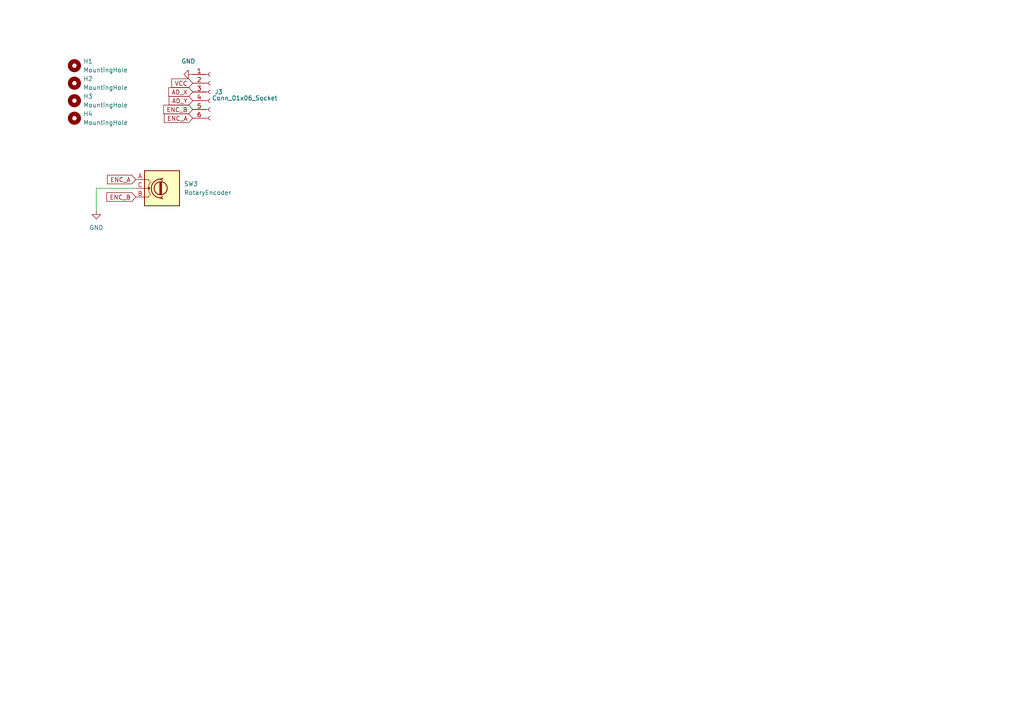
<source format=kicad_sch>
(kicad_sch (version 20250114) (generator "eeschema") (generator_version "9.0")
  (paper "A4")
  (lib_symbols
    (symbol "Connector:Conn_01x06_Socket" (pin_names (offset 1.016) (hide yes))
      (property "Reference" "J" (at 0 7.62 0))
      (property "Value" "Conn_01x06_Socket" (at 0 -10.16 0))
      (symbol "Conn_01x06_Socket_1_1"
        (polyline (pts (xy -1.27 5.08) (xy -0.508 5.08)) (stroke (width 0.1524)))
        (polyline (pts (xy -1.27 2.54) (xy -0.508 2.54)) (stroke (width 0.1524)))
        (polyline (pts (xy -1.27 0) (xy -0.508 0)) (stroke (width 0.1524)))
        (polyline (pts (xy -1.27 -2.54) (xy -0.508 -2.54)) (stroke (width 0.1524)))
        (polyline (pts (xy -1.27 -5.08) (xy -0.508 -5.08)) (stroke (width 0.1524)))
        (polyline (pts (xy -1.27 -7.62) (xy -0.508 -7.62)) (stroke (width 0.1524)))
        (arc (start 0 4.572) (mid -0.5058 5.08) (end 0 5.588) (stroke (width 0.1524)))
        (arc (start 0 2.032) (mid -0.5058 2.54) (end 0 3.048) (stroke (width 0.1524)))
        (arc (start 0 -0.508) (mid -0.5058 0) (end 0 0.508) (stroke (width 0.1524)))
        (arc (start 0 -3.048) (mid -0.5058 -2.54) (end 0 -2.032) (stroke (width 0.1524)))
        (arc (start 0 -5.588) (mid -0.5058 -5.08) (end 0 -4.572) (stroke (width 0.1524)))
        (arc (start 0 -8.128) (mid -0.5058 -7.62) (end 0 -7.112) (stroke (width 0.1524)))
        (pin passive line (at -5.08 5.08 0) (length 3.81) (name "Pin_1") (number "1"))
        (pin passive line (at -5.08 2.54 0) (length 3.81) (name "Pin_2") (number "2"))
        (pin passive line (at -5.08 0 0) (length 3.81) (name "Pin_3") (number "3"))
        (pin passive line (at -5.08 -2.54 0) (length 3.81) (name "Pin_4") (number "4"))
        (pin passive line (at -5.08 -5.08 0) (length 3.81) (name "Pin_5") (number "5"))
        (pin passive line (at -5.08 -7.62 0) (length 3.81) (name "Pin_6") (number "6"))
      )
    )
    (symbol "Device:RotaryEncoder" (pin_names (offset 0.254) (hide yes))
      (property "Reference" "SW" (at 0 6.604 0))
      (property "Value" "RotaryEncoder" (at 0 -6.604 0))
      (symbol "RotaryEncoder_0_1"
        (rectangle (start -5.08 5.08) (end 5.08 -5.08) (stroke (width 0.254)) (fill (type background)))
        (polyline (pts (xy -5.08 2.54) (xy -3.81 2.54) (xy -3.81 2.032)))
        (polyline (pts (xy -5.08 0) (xy -3.81 0) (xy -3.81 -1.016) (xy -3.302 -2.032)))
        (polyline (pts (xy -5.08 -2.54) (xy -3.81 -2.54) (xy -3.81 -2.032)))
        (polyline (pts (xy -4.318 0) (xy -3.81 0) (xy -3.81 1.016) (xy -3.302 2.032)))
        (circle (center -3.81 0) (radius 0.254) (fill (type outline)))
        (polyline (pts (xy -0.635 -1.778) (xy -0.635 1.778)) (stroke (width 0.254)))
        (circle (center -0.381 0) (radius 1.905) (stroke (width 0.254)))
        (polyline (pts (xy -0.381 -1.778) (xy -0.381 1.778)) (stroke (width 0.254)))
        (arc (start -0.381 -2.794) (mid -3.0988 -0.0635) (end -0.381 2.667) (stroke (width 0.254)))
        (polyline (pts (xy -0.127 1.778) (xy -0.127 -1.778)) (stroke (width 0.254)))
        (polyline (pts (xy 0.254 2.921) (xy -0.508 2.667) (xy 0.127 2.286)) (stroke (width 0.254)))
        (polyline (pts (xy 0.254 -3.048) (xy -0.508 -2.794) (xy 0.127 -2.413)) (stroke (width 0.254)))
      )
      (symbol "RotaryEncoder_1_1"
        (pin passive line (at -7.62 2.54 0) (length 2.54) (name "A") (number "A"))
        (pin passive line (at -7.62 0 0) (length 2.54) (name "C") (number "C"))
        (pin passive line (at -7.62 -2.54 0) (length 2.54) (name "B") (number "B"))
      )
    )
    (symbol "GND_2" (power) (pin_numbers (hide yes)) (pin_names (offset 0) (hide yes))
      (property "Value" "GND" (at 0 -3.81 0))
      (symbol "GND_2_0_1"
        (polyline (pts (xy 0 0) (xy 0 -1.27) (xy 1.27 -1.27) (xy 0 -2.54) (xy -1.27 -1.27) (xy 0 -1.27)))
      )
      (symbol "GND_2_1_1"
        (pin power_in line (at 0 0 270) (length 0) (name "~") (number "1"))
      )
    )
    (symbol "Mechanical:MountingHole" (pin_names (offset 1.016)) (in_bom no)
      (property "Reference" "H" (at 0 5.08 0))
      (property "Value" "MountingHole" (at 0 3.175 0))
      (symbol "MountingHole_0_1"
        (circle (center 0 0) (radius 1.27) (stroke (width 1.27)))
      )
    )
  )
  (wire (pts (xy 27.94 54.61) (xy 39.37 54.61)))
  (wire (pts (xy 27.94 60.96) (xy 27.94 54.61)))
  (global_label "ENC_A" (shape input) (at 39.37 52.07 180) (property "Intersheetrefs" "${INTERSHEET_REFS}" (effects (hide yes))))
  (global_label "AD_X" (shape input) (at 55.88 26.67 180) (property "Intersheetrefs" "${INTERSHEET_REFS}" (effects (hide yes))))
  (global_label "ENC_B" (shape input) (at 55.88 31.75 180) (property "Intersheetrefs" "${INTERSHEET_REFS}" (effects (hide yes))))
  (global_label "AD_Y" (shape input) (at 55.88 29.21 180) (property "Intersheetrefs" "${INTERSHEET_REFS}" (effects (hide yes))))
  (global_label "ENC_B" (shape input) (at 39.37 57.15 180) (property "Intersheetrefs" "${INTERSHEET_REFS}" (effects (hide yes))))
  (global_label "ENC_A" (shape input) (at 55.88 34.29 180) (property "Intersheetrefs" "${INTERSHEET_REFS}" (effects (hide yes))))
  (global_label "VCC" (shape input) (at 55.88 24.13 180) (property "Intersheetrefs" "${INTERSHEET_REFS}" (effects (hide yes))))
  (symbol (lib_name "GND_2") (lib_id "power:GND") (at 27.94 60.96 0) (unit 1)
    (property "Reference" "#PWR07" (effects (hide yes)))
    (property "Value" "GND" (at 27.94 66.04 0))
    (property "Description" "Power symbol creates a global label with name \"GND\" , ground" (effects (hide yes)))
  )
  (symbol (lib_id "Mechanical:MountingHole") (at 21.59 24.13 0) (unit 1) (in_bom no)
    (property "Reference" "H2" (at 24.13 22.8599 0) (effects (justify left)))
    (property "Value" "MountingHole" (at 24.13 25.3999 0) (effects (justify left)))
    (property "Footprint" "kbd_Hole:m2_Screw_Hole" (effects (hide yes)))
    (property "Description" "Mounting Hole without connection" (effects (hide yes)))
  )
  (symbol (lib_id "Device:RotaryEncoder") (at 46.99 54.61 0) (unit 1)
    (property "Reference" "SW3" (at 53.34 53.3399 0) (effects (justify left)))
    (property "Value" "RotaryEncoder" (at 53.34 55.8799 0) (effects (justify left)))
    (property "Footprint" "Sekitei:RotaryEncoder_Alps_EC12E_Vertical_H20mm_custom" (effects (hide yes)))
    (property "Description" "Rotary encoder, dual channel, incremental quadrate outputs" (effects (hide yes)))
  )
  (symbol (lib_id "Mechanical:MountingHole") (at 21.59 19.05 0) (unit 1) (in_bom no)
    (property "Reference" "H1" (at 24.13 17.7799 0) (effects (justify left)))
    (property "Value" "MountingHole" (at 24.13 20.3199 0) (effects (justify left)))
    (property "Footprint" "kbd_Hole:m2_Screw_Hole" (effects (hide yes)))
    (property "Description" "Mounting Hole without connection" (effects (hide yes)))
  )
  (symbol (lib_id "Connector:Conn_01x06_Socket") (at 60.96 26.67 0) (unit 1)
    (property "Reference" "J3" (at 62.23 26.6699 0) (effects (justify left)))
    (property "Value" "Conn_01x06_Socket" (at 61.468 28.448 0) (effects (justify left)))
    (property "Footprint" "Connector_FFC-FPC:Hirose_FH12-6S-0.5SH_1x06-1MP_P0.50mm_Horizontal" (effects (hide yes)))
    (property "Description" "Generic connector, single row, 01x06, script generated" (effects (hide yes)))
  )
  (symbol (lib_id "Mechanical:MountingHole") (at 21.59 29.21 0) (unit 1) (in_bom no)
    (property "Reference" "H3" (at 24.13 27.9399 0) (effects (justify left)))
    (property "Value" "MountingHole" (at 24.13 30.4799 0) (effects (justify left)))
    (property "Footprint" "kbd_Hole:m2_Screw_Hole" (effects (hide yes)))
    (property "Description" "Mounting Hole without connection" (effects (hide yes)))
  )
  (symbol (lib_id "Mechanical:MountingHole") (at 21.59 34.29 0) (unit 1) (in_bom no)
    (property "Reference" "H4" (at 24.13 33.0199 0) (effects (justify left)))
    (property "Value" "MountingHole" (at 24.13 35.5599 0) (effects (justify left)))
    (property "Footprint" "kbd_Hole:m2_Screw_Hole" (effects (hide yes)))
    (property "Description" "Mounting Hole without connection" (effects (hide yes)))
  )
  (symbol (lib_name "GND_2") (lib_id "power:GND") (at 55.88 21.59 270) (unit 1)
    (property "Reference" "#PWR08" (effects (hide yes)))
    (property "Value" "GND" (at 54.61 17.78 90))
    (property "Description" "Power symbol creates a global label with name \"GND\" , ground" (effects (hide yes)))
  )
)
</source>
